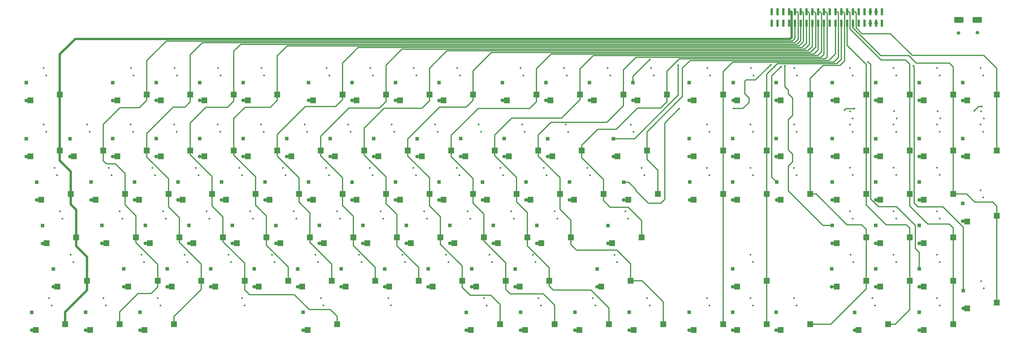
<source format=gbl>
G04 #@! TF.GenerationSoftware,KiCad,Pcbnew,(6.0.1)*
G04 #@! TF.CreationDate,2022-01-19T01:15:35+10:00*
G04 #@! TF.ProjectId,RedPyKeeb_mainboard,52656450-794b-4656-9562-5f6d61696e62,rev?*
G04 #@! TF.SameCoordinates,Original*
G04 #@! TF.FileFunction,Copper,L4,Bot*
G04 #@! TF.FilePolarity,Positive*
%FSLAX46Y46*%
G04 Gerber Fmt 4.6, Leading zero omitted, Abs format (unit mm)*
G04 Created by KiCad (PCBNEW (6.0.1)) date 2022-01-19 01:15:35*
%MOMM*%
%LPD*%
G01*
G04 APERTURE LIST*
G04 Aperture macros list*
%AMRoundRect*
0 Rectangle with rounded corners*
0 $1 Rounding radius*
0 $2 $3 $4 $5 $6 $7 $8 $9 X,Y pos of 4 corners*
0 Add a 4 corners polygon primitive as box body*
4,1,4,$2,$3,$4,$5,$6,$7,$8,$9,$2,$3,0*
0 Add four circle primitives for the rounded corners*
1,1,$1+$1,$2,$3*
1,1,$1+$1,$4,$5*
1,1,$1+$1,$6,$7*
1,1,$1+$1,$8,$9*
0 Add four rect primitives between the rounded corners*
20,1,$1+$1,$2,$3,$4,$5,0*
20,1,$1+$1,$4,$5,$6,$7,0*
20,1,$1+$1,$6,$7,$8,$9,0*
20,1,$1+$1,$8,$9,$2,$3,0*%
G04 Aperture macros list end*
G04 #@! TA.AperFunction,SMDPad,CuDef*
%ADD10R,1.000000X3.150000*%
G04 #@! TD*
G04 #@! TA.AperFunction,ComponentPad*
%ADD11C,0.800000*%
G04 #@! TD*
G04 #@! TA.AperFunction,ComponentPad*
%ADD12C,1.600000*%
G04 #@! TD*
G04 #@! TA.AperFunction,ComponentPad*
%ADD13R,1.600000X1.600000*%
G04 #@! TD*
G04 #@! TA.AperFunction,SMDPad,CuDef*
%ADD14R,2.550000X2.500000*%
G04 #@! TD*
G04 #@! TA.AperFunction,SMDPad,CuDef*
%ADD15RoundRect,0.250000X-1.750000X-1.000000X1.750000X-1.000000X1.750000X1.000000X-1.750000X1.000000X0*%
G04 #@! TD*
G04 #@! TA.AperFunction,ViaPad*
%ADD16C,0.800000*%
G04 #@! TD*
G04 #@! TA.AperFunction,ViaPad*
%ADD17C,1.524000*%
G04 #@! TD*
G04 #@! TA.AperFunction,Conductor*
%ADD18C,0.508000*%
G04 #@! TD*
G04 #@! TA.AperFunction,Conductor*
%ADD19C,1.016000*%
G04 #@! TD*
G04 APERTURE END LIST*
D10*
X387451600Y-21795500D03*
X387451600Y-26845500D03*
X392531600Y-26845260D03*
X389991600Y-26845500D03*
X389991600Y-21795500D03*
X384911600Y-21795500D03*
X379831600Y-21795500D03*
X382371600Y-21795500D03*
X384911600Y-26845500D03*
X392531600Y-21795500D03*
X372211600Y-21795500D03*
X377291600Y-21795500D03*
X377291600Y-26845500D03*
X374751600Y-26845500D03*
X372211600Y-26845500D03*
X351891600Y-26845500D03*
X364591600Y-26845500D03*
X367131600Y-21795500D03*
X356971600Y-21795500D03*
X354431600Y-26845500D03*
X349351600Y-21795500D03*
X367131600Y-26845500D03*
X364591600Y-21795500D03*
X349351600Y-26845500D03*
X362051600Y-26845500D03*
X369671600Y-21795500D03*
X356971600Y-26845500D03*
X369671600Y-26845500D03*
X359511600Y-21795500D03*
X359511600Y-26845500D03*
X346811600Y-21795500D03*
X346811600Y-26845500D03*
X374751600Y-21795500D03*
X354431600Y-21795500D03*
X351891600Y-21795500D03*
X379831600Y-26845500D03*
X344271600Y-21795500D03*
X344271600Y-26845260D03*
X382371600Y-26845500D03*
X362051600Y-21795500D03*
D11*
X63690500Y-46545500D03*
X64833500Y-49720500D03*
D12*
X93789500Y-60681700D03*
D13*
X93789500Y-52881700D03*
D12*
X74739500Y-60681700D03*
D13*
X74739500Y-52881700D03*
X55689500Y-52932500D03*
D12*
X55689500Y-60732500D03*
D14*
X95758000Y-60642500D03*
X108685000Y-58102500D03*
D11*
X102933500Y-49720500D03*
X101790500Y-46545500D03*
X121983500Y-49720500D03*
X120840500Y-46545500D03*
D14*
X76708000Y-60642500D03*
X89635000Y-58102500D03*
D11*
X83883500Y-49720500D03*
X82740500Y-46545500D03*
D12*
X112839500Y-60681700D03*
D13*
X112839500Y-52881700D03*
D14*
X114808000Y-60642500D03*
X127735000Y-58102500D03*
X70585000Y-58102500D03*
X57658000Y-60642500D03*
D15*
X434288700Y-25361900D03*
X426288700Y-25361900D03*
D14*
X429926750Y-151923750D03*
X442853750Y-149383750D03*
D11*
X437165750Y-143160750D03*
X436022750Y-139985750D03*
D12*
X428212250Y-151962950D03*
D13*
X428212250Y-144162950D03*
D11*
X417861750Y-150653750D03*
X416718750Y-147478750D03*
D14*
X410876750Y-161448750D03*
X423803750Y-158908750D03*
D12*
X408908250Y-161487950D03*
D13*
X408908250Y-153687950D03*
D11*
X417861750Y-131603750D03*
X416718750Y-128428750D03*
D14*
X410876750Y-142398750D03*
X423803750Y-139858750D03*
D12*
X408908250Y-142437950D03*
D13*
X408908250Y-134637950D03*
D14*
X391826750Y-142398750D03*
X404753750Y-139858750D03*
D12*
X389858250Y-142437950D03*
D13*
X389858250Y-134637950D03*
D11*
X398811750Y-131603750D03*
X397668750Y-128428750D03*
X417861750Y-112553750D03*
X416718750Y-109378750D03*
D14*
X410876750Y-123348750D03*
X423803750Y-120808750D03*
D12*
X408908250Y-123387950D03*
D13*
X408908250Y-115587950D03*
D11*
X398811750Y-112553750D03*
X397668750Y-109378750D03*
D14*
X391826750Y-123348750D03*
X404753750Y-120808750D03*
D12*
X389858250Y-123387950D03*
D13*
X389858250Y-115587950D03*
D11*
X389540750Y-150653750D03*
X388397750Y-147478750D03*
D14*
X382301750Y-161448750D03*
X395228750Y-158908750D03*
D12*
X380587250Y-161538750D03*
D13*
X380587250Y-153738750D03*
D14*
X372776750Y-142398750D03*
X385703750Y-139858750D03*
D11*
X380015750Y-131603750D03*
X378872750Y-128428750D03*
D12*
X370554250Y-142437950D03*
D13*
X370554250Y-134637950D03*
D14*
X372776750Y-123348750D03*
X385703750Y-120808750D03*
D11*
X379761750Y-112553750D03*
X378618750Y-109378750D03*
D12*
X370808250Y-123387950D03*
D13*
X370808250Y-115587950D03*
D11*
X436911750Y-103282750D03*
X435768750Y-100107750D03*
D14*
X429926750Y-113823750D03*
X442853750Y-111283750D03*
D12*
X427958250Y-113659750D03*
D13*
X427958250Y-105859750D03*
D11*
X417861750Y-93402150D03*
X416718750Y-90227150D03*
D14*
X410876750Y-104298750D03*
X423803750Y-101758750D03*
D12*
X408908250Y-104337950D03*
D13*
X408908250Y-96537950D03*
D14*
X391826750Y-104298750D03*
X404753750Y-101758750D03*
D11*
X398811750Y-93402150D03*
X397668750Y-90227150D03*
D12*
X389858250Y-104337950D03*
D13*
X389858250Y-96537950D03*
D14*
X372776750Y-104298750D03*
X385703750Y-101758750D03*
D12*
X370808250Y-104337950D03*
D13*
X370808250Y-96537950D03*
D11*
X379761750Y-93402150D03*
X378618750Y-90227150D03*
X436911750Y-74453750D03*
X435768750Y-71278750D03*
D12*
X427958250Y-85287950D03*
D13*
X427958250Y-77487950D03*
D14*
X429926750Y-85248750D03*
X442853750Y-82708750D03*
X410876750Y-85248750D03*
X423803750Y-82708750D03*
D11*
X417861750Y-74466450D03*
X416718750Y-71291450D03*
D12*
X408908250Y-85287950D03*
D13*
X408908250Y-77487950D03*
D14*
X404753750Y-82708750D03*
X391826750Y-85248750D03*
D11*
X397668750Y-71278750D03*
X398811750Y-74453750D03*
D13*
X389858250Y-77538750D03*
D12*
X389858250Y-85338750D03*
D14*
X372776750Y-85248750D03*
X385703750Y-82708750D03*
D12*
X370808250Y-85287950D03*
D13*
X370808250Y-77487950D03*
D11*
X379761750Y-74453750D03*
X378618750Y-71278750D03*
D14*
X429926750Y-60642500D03*
X442853750Y-58102500D03*
D11*
X436911750Y-49733200D03*
X435768750Y-46558200D03*
X437165750Y-68643500D03*
X436022750Y-65468500D03*
D12*
X427958250Y-60732500D03*
D13*
X427958250Y-52932500D03*
D11*
X418115750Y-68592700D03*
X416972750Y-65417700D03*
X417849050Y-49733200D03*
X416706050Y-46558200D03*
D14*
X410876750Y-60642500D03*
X423803750Y-58102500D03*
D12*
X408908250Y-60681700D03*
D13*
X408908250Y-52881700D03*
D11*
X399065750Y-68605400D03*
X397922750Y-65430400D03*
X398799050Y-49745900D03*
X397656050Y-46570900D03*
D14*
X404753750Y-58102500D03*
X391826750Y-60642500D03*
D12*
X389858250Y-60694400D03*
D13*
X389858250Y-52894400D03*
D11*
X378606050Y-46558200D03*
X379749050Y-49733200D03*
D14*
X385703750Y-58102500D03*
X372776750Y-60642500D03*
D13*
X308102000Y-52881700D03*
D12*
X308102000Y-60681700D03*
D14*
X322997500Y-58102500D03*
X310070500Y-60642500D03*
D11*
X316103000Y-46545500D03*
X317246000Y-49720500D03*
D14*
X329120500Y-85248750D03*
X342047500Y-82708750D03*
D11*
X315912500Y-71278750D03*
X317055500Y-74453750D03*
D14*
X322997500Y-82708750D03*
X310070500Y-85248750D03*
D13*
X308102000Y-77487950D03*
D12*
X308102000Y-85287950D03*
D11*
X336105500Y-74453750D03*
X334962500Y-71278750D03*
X378555250Y-65468500D03*
X379698250Y-68643500D03*
D13*
X370808250Y-52881700D03*
D12*
X370808250Y-60681700D03*
D14*
X361097500Y-58102500D03*
X348170500Y-60642500D03*
D11*
X354203000Y-46545500D03*
X355346000Y-49720500D03*
D14*
X342047500Y-58102500D03*
X329120500Y-60642500D03*
D11*
X335153000Y-46545500D03*
X336296000Y-49720500D03*
D13*
X327406000Y-52881700D03*
D12*
X327406000Y-60681700D03*
D14*
X361097500Y-158908750D03*
X348170500Y-161448750D03*
D11*
X354012500Y-147478750D03*
X355155500Y-150653750D03*
D13*
X346202000Y-153687950D03*
D12*
X346202000Y-161487950D03*
D13*
X327152000Y-134637950D03*
D12*
X327152000Y-142437950D03*
D11*
X334962500Y-128377950D03*
X336105500Y-131552950D03*
D14*
X342047500Y-139858750D03*
X329120500Y-142398750D03*
X329120500Y-161448750D03*
X342047500Y-158908750D03*
D12*
X327152000Y-161487950D03*
D13*
X327152000Y-153687950D03*
D14*
X310070500Y-104298750D03*
X322997500Y-101758750D03*
X322997500Y-158908750D03*
X310070500Y-161448750D03*
D11*
X334962500Y-90328750D03*
X336105500Y-93503750D03*
X354090700Y-71304150D03*
X355233700Y-74479150D03*
D12*
X308356000Y-104337950D03*
D13*
X308356000Y-96537950D03*
D11*
X317055500Y-93503750D03*
X315912500Y-90328750D03*
D12*
X346456000Y-104337950D03*
D13*
X346456000Y-96537950D03*
X346202000Y-77487950D03*
D12*
X346202000Y-85287950D03*
D13*
X346202000Y-52881700D03*
D12*
X346202000Y-60681700D03*
D13*
X308102000Y-153687950D03*
D12*
X308102000Y-161487950D03*
D14*
X342047500Y-101758750D03*
X329120500Y-104298750D03*
X361097500Y-82708750D03*
X348170500Y-85248750D03*
D11*
X355155500Y-93503750D03*
X354012500Y-90328750D03*
D13*
X327152000Y-96537950D03*
D12*
X327152000Y-104337950D03*
D11*
X315912500Y-147478750D03*
X317055500Y-150653750D03*
D14*
X348170500Y-104298750D03*
X361097500Y-101758750D03*
D11*
X336105500Y-150653750D03*
X334962500Y-147478750D03*
D12*
X327152000Y-85287950D03*
D13*
X327152000Y-77487950D03*
D14*
X283876750Y-161448750D03*
X296803750Y-158908750D03*
D12*
X281908250Y-161487950D03*
D13*
X281908250Y-153687950D03*
D11*
X290861750Y-150653750D03*
X289718750Y-147478750D03*
D14*
X260064250Y-161448750D03*
X272991250Y-158908750D03*
D12*
X258095750Y-161487950D03*
D13*
X258095750Y-153687950D03*
D11*
X267049250Y-150653750D03*
X265906250Y-147478750D03*
D14*
X236251750Y-161448750D03*
X249178750Y-158908750D03*
D12*
X234283250Y-161487950D03*
D13*
X234283250Y-153687950D03*
D11*
X243236750Y-150653750D03*
X242093750Y-147478750D03*
D12*
X210496150Y-161551450D03*
D13*
X210496150Y-153751450D03*
D14*
X212439250Y-161448750D03*
X225366250Y-158908750D03*
D11*
X219449650Y-150653750D03*
X218306650Y-147478750D03*
X147986750Y-150653750D03*
X146843750Y-147478750D03*
X113417350Y-150641050D03*
X112274350Y-147466050D03*
D12*
X139033250Y-161487950D03*
D13*
X139033250Y-153687950D03*
D11*
X177514250Y-150628350D03*
X176371250Y-147453350D03*
D14*
X141001750Y-161448750D03*
X153928750Y-158908750D03*
D11*
X76549250Y-150653750D03*
X75406250Y-147478750D03*
D12*
X67595750Y-161487950D03*
D13*
X67595750Y-153687950D03*
D14*
X69564250Y-161448750D03*
X82491250Y-158908750D03*
D11*
X52736750Y-150653750D03*
X51593750Y-147478750D03*
D12*
X43783250Y-161487950D03*
D13*
X43783250Y-153687950D03*
D14*
X45751750Y-161448750D03*
X58678750Y-158908750D03*
X269589250Y-142398750D03*
X282516250Y-139858750D03*
D12*
X267811250Y-142488750D03*
D13*
X267811250Y-134688750D03*
D11*
X276574250Y-131654550D03*
X275431250Y-128479550D03*
D14*
X233870500Y-142398750D03*
X246797500Y-139858750D03*
D12*
X231902000Y-142488750D03*
D13*
X231902000Y-134688750D03*
D11*
X240855500Y-131603750D03*
X239712500Y-128428750D03*
D12*
X212852000Y-142437950D03*
D13*
X212852000Y-134637950D03*
D14*
X214820500Y-142398750D03*
X227747500Y-139858750D03*
D11*
X221805500Y-131603750D03*
X220662500Y-128428750D03*
D12*
X193802000Y-142437950D03*
D13*
X193802000Y-134637950D03*
D14*
X195770500Y-142398750D03*
X208697500Y-139858750D03*
D11*
X202755500Y-131603750D03*
X201612500Y-128428750D03*
D12*
X174752000Y-142488750D03*
D13*
X174752000Y-134688750D03*
D14*
X176720500Y-142398750D03*
X189647500Y-139858750D03*
D11*
X183705500Y-131603750D03*
X182562500Y-128428750D03*
D12*
X155702000Y-142437950D03*
D13*
X155702000Y-134637950D03*
D14*
X157670500Y-142398750D03*
X170597500Y-139858750D03*
D11*
X164655500Y-131603750D03*
X163512500Y-128428750D03*
D12*
X136652000Y-142488750D03*
D13*
X136652000Y-134688750D03*
D14*
X138620500Y-142398750D03*
X151547500Y-139858750D03*
D11*
X145605500Y-131603750D03*
X144462500Y-128428750D03*
D12*
X117602000Y-142437950D03*
D13*
X117602000Y-134637950D03*
D14*
X119570500Y-142398750D03*
X132497500Y-139858750D03*
D11*
X126555500Y-131603750D03*
X125412500Y-128428750D03*
X107505500Y-131603750D03*
X106362500Y-128428750D03*
D12*
X98552000Y-142437950D03*
D13*
X98552000Y-134637950D03*
D14*
X100520500Y-142398750D03*
X113447500Y-139858750D03*
D11*
X88315500Y-131603750D03*
X87172500Y-128428750D03*
D12*
X79502000Y-142437950D03*
D13*
X79502000Y-134637950D03*
D14*
X81470500Y-142398750D03*
X94397500Y-139858750D03*
D11*
X69405500Y-131603750D03*
X68262500Y-128428750D03*
D12*
X60452000Y-142437950D03*
D13*
X60452000Y-134637950D03*
D14*
X62420500Y-142398750D03*
X75347500Y-139858750D03*
X274351750Y-123348750D03*
X287278750Y-120808750D03*
D12*
X272573750Y-123438750D03*
D13*
X272573750Y-115638750D03*
D11*
X281311350Y-112566450D03*
X280168350Y-109391450D03*
D14*
X243395500Y-123348750D03*
X256322500Y-120808750D03*
D12*
X241427000Y-123387950D03*
D13*
X241427000Y-115587950D03*
D11*
X250380500Y-112553750D03*
X249237500Y-109378750D03*
D14*
X224345500Y-123348750D03*
X237272500Y-120808750D03*
D12*
X222377000Y-123387950D03*
D13*
X222377000Y-115587950D03*
D11*
X231330500Y-112553750D03*
X230187500Y-109378750D03*
D12*
X203327000Y-123387950D03*
D13*
X203327000Y-115587950D03*
D14*
X205295500Y-123348750D03*
X218222500Y-120808750D03*
D11*
X212280500Y-112553750D03*
X211137500Y-109378750D03*
D12*
X184277000Y-123387950D03*
D13*
X184277000Y-115587950D03*
D14*
X186245500Y-123348750D03*
X199172500Y-120808750D03*
D11*
X193230500Y-112553750D03*
X192087500Y-109378750D03*
D12*
X165227000Y-123387950D03*
D13*
X165227000Y-115587950D03*
D14*
X167195500Y-123348750D03*
X180122500Y-120808750D03*
D11*
X174180500Y-112553750D03*
X173037500Y-109378750D03*
D12*
X146177000Y-123387950D03*
D13*
X146177000Y-115587950D03*
D14*
X148145500Y-123348750D03*
X161072500Y-120808750D03*
D11*
X155130500Y-112553750D03*
X153987500Y-109378750D03*
D12*
X127127000Y-123438750D03*
D13*
X127127000Y-115638750D03*
D14*
X129095500Y-123348750D03*
X142022500Y-120808750D03*
D11*
X136080500Y-112553750D03*
X134937500Y-109378750D03*
D12*
X108077000Y-123387950D03*
D13*
X108077000Y-115587950D03*
D14*
X110045500Y-123348750D03*
X122972500Y-120808750D03*
D11*
X117030500Y-112553750D03*
X115887500Y-109378750D03*
X97980500Y-112553750D03*
X96837500Y-109378750D03*
D12*
X89027000Y-123387950D03*
D13*
X89027000Y-115587950D03*
D14*
X90995500Y-123348750D03*
X103922500Y-120808750D03*
D11*
X78930500Y-112553750D03*
X77787500Y-109378750D03*
D12*
X69977000Y-123387950D03*
D13*
X69977000Y-115587950D03*
D14*
X71945500Y-123348750D03*
X84872500Y-120808750D03*
D11*
X59880500Y-112553750D03*
X58737500Y-109378750D03*
D12*
X50927000Y-123387950D03*
D13*
X50927000Y-115587950D03*
D14*
X52895500Y-123348750D03*
X65822500Y-120808750D03*
X281495500Y-104298750D03*
X294422500Y-101758750D03*
D12*
X279400000Y-104388750D03*
D13*
X279400000Y-96588750D03*
D11*
X288467800Y-93516450D03*
X287324800Y-90341450D03*
D14*
X257683000Y-104298750D03*
X270610000Y-101758750D03*
D12*
X255714500Y-104337950D03*
D13*
X255714500Y-96537950D03*
D11*
X264668000Y-93503750D03*
X263525000Y-90328750D03*
D14*
X238633000Y-104298750D03*
X251560000Y-101758750D03*
D12*
X236664500Y-104337950D03*
D13*
X236664500Y-96537950D03*
D11*
X245618000Y-93503750D03*
X244475000Y-90328750D03*
D14*
X219583000Y-104298750D03*
X232510000Y-101758750D03*
D12*
X217614500Y-104388750D03*
D13*
X217614500Y-96588750D03*
D11*
X226568000Y-93503750D03*
X225425000Y-90328750D03*
D12*
X198564500Y-104337950D03*
D13*
X198564500Y-96537950D03*
D14*
X200533000Y-104298750D03*
X213460000Y-101758750D03*
D11*
X207518000Y-93503750D03*
X206375000Y-90328750D03*
D12*
X179514500Y-104337950D03*
D13*
X179514500Y-96537950D03*
D14*
X181483000Y-104298750D03*
X194410000Y-101758750D03*
D11*
X188468000Y-93503750D03*
X187325000Y-90328750D03*
D12*
X160464500Y-104388750D03*
D13*
X160464500Y-96588750D03*
D14*
X162433000Y-104298750D03*
X175360000Y-101758750D03*
D11*
X169418000Y-93503750D03*
X168275000Y-90328750D03*
D12*
X141414500Y-104337950D03*
D13*
X141414500Y-96537950D03*
D14*
X143383000Y-104298750D03*
X156310000Y-101758750D03*
D11*
X150368000Y-93503750D03*
X149225000Y-90328750D03*
D12*
X122364500Y-104337950D03*
D13*
X122364500Y-96537950D03*
D14*
X124333000Y-104298750D03*
X137260000Y-101758750D03*
D11*
X131318000Y-93503750D03*
X130175000Y-90328750D03*
D12*
X103314500Y-104337950D03*
D13*
X103314500Y-96537950D03*
D14*
X105283000Y-104298750D03*
X118210000Y-101758750D03*
D11*
X112268000Y-93503750D03*
X111125000Y-90328750D03*
X93218000Y-93503750D03*
X92075000Y-90328750D03*
D12*
X84264500Y-104337950D03*
D13*
X84264500Y-96537950D03*
D14*
X86233000Y-104298750D03*
X99160000Y-101758750D03*
D11*
X74168000Y-93503750D03*
X73025000Y-90328750D03*
D12*
X65214500Y-104337950D03*
D13*
X65214500Y-96537950D03*
D14*
X67183000Y-104298750D03*
X80110000Y-101758750D03*
D11*
X55118000Y-93503750D03*
X53975000Y-90328750D03*
D12*
X46164500Y-104337950D03*
D13*
X46164500Y-96537950D03*
D14*
X48133000Y-104298750D03*
X61060000Y-101758750D03*
D12*
X20161250Y-161538750D03*
D13*
X20161250Y-153738750D03*
D11*
X28924250Y-150653750D03*
X27781250Y-147478750D03*
D14*
X21939250Y-161448750D03*
X34866250Y-158908750D03*
D12*
X29686250Y-142488750D03*
D13*
X29686250Y-134688750D03*
D11*
X38449250Y-131591050D03*
X37306250Y-128416050D03*
D14*
X31464250Y-142398750D03*
X44391250Y-139858750D03*
D12*
X24885650Y-123464150D03*
D13*
X24885650Y-115664150D03*
D11*
X33648650Y-112579150D03*
X32505650Y-109404150D03*
D14*
X26701750Y-123348750D03*
X39628750Y-120808750D03*
D11*
X292639750Y-49720500D03*
X291496750Y-46545500D03*
D12*
X245395750Y-60681700D03*
D13*
X245395750Y-52881700D03*
D14*
X285464250Y-60642500D03*
X298391250Y-58102500D03*
X266414250Y-60642500D03*
X279341250Y-58102500D03*
D12*
X226345750Y-60681700D03*
D13*
X226345750Y-52881700D03*
D11*
X235489750Y-49720500D03*
X234346750Y-46545500D03*
D14*
X228314250Y-60642500D03*
X241241250Y-58102500D03*
D12*
X264445750Y-60681700D03*
D13*
X264445750Y-52881700D03*
D11*
X273589750Y-49720500D03*
X272446750Y-46545500D03*
D14*
X247364250Y-60642500D03*
X260291250Y-58102500D03*
D12*
X283495750Y-60681700D03*
D13*
X283495750Y-52881700D03*
D11*
X254539750Y-49720500D03*
X253396750Y-46545500D03*
D13*
X198564500Y-52932500D03*
D12*
X198564500Y-60732500D03*
D13*
X141414500Y-52881700D03*
D12*
X141414500Y-60681700D03*
X160464500Y-60681700D03*
D13*
X160464500Y-52881700D03*
D12*
X179514500Y-60681700D03*
D13*
X179514500Y-52881700D03*
D14*
X213460000Y-58102500D03*
X200533000Y-60642500D03*
X181483000Y-60642500D03*
X194410000Y-58102500D03*
X162433000Y-60642500D03*
X175360000Y-58102500D03*
X156310000Y-58102500D03*
X143383000Y-60642500D03*
D11*
X169608500Y-49720500D03*
X168465500Y-46545500D03*
X188658500Y-49720500D03*
X187515500Y-46545500D03*
X149415500Y-46545500D03*
X150558500Y-49720500D03*
X206565500Y-46545500D03*
X207708500Y-49720500D03*
X64643000Y-74453750D03*
X63500000Y-71278750D03*
X45593000Y-74453750D03*
X44450000Y-71278750D03*
X82550000Y-71278750D03*
X83693000Y-74453750D03*
D14*
X248158000Y-85248750D03*
X261085000Y-82708750D03*
X229108000Y-85248750D03*
X242035000Y-82708750D03*
X210058000Y-85248750D03*
X222985000Y-82708750D03*
D12*
X93789500Y-85287950D03*
D13*
X93789500Y-77487950D03*
D12*
X112839500Y-85287950D03*
D13*
X112839500Y-77487950D03*
D12*
X150939500Y-85287950D03*
D13*
X150939500Y-77487950D03*
D12*
X169989500Y-85287950D03*
D13*
X169989500Y-77487950D03*
D12*
X189039500Y-85338750D03*
D13*
X189039500Y-77538750D03*
D12*
X131889500Y-85287950D03*
D13*
X131889500Y-77487950D03*
X74739500Y-77487950D03*
D12*
X74739500Y-85287950D03*
X36918900Y-85338750D03*
D13*
X36918900Y-77538750D03*
D12*
X17780000Y-85338750D03*
D13*
X17780000Y-77538750D03*
D12*
X55689500Y-85287950D03*
D13*
X55689500Y-77487950D03*
D14*
X24320500Y-104298750D03*
X37247500Y-101758750D03*
X276733000Y-85248750D03*
X289660000Y-82708750D03*
D11*
X26543000Y-74453750D03*
X25400000Y-71278750D03*
D14*
X114808000Y-85248750D03*
X127735000Y-82708750D03*
X95758000Y-85248750D03*
X108685000Y-82708750D03*
X171958000Y-85248750D03*
X184885000Y-82708750D03*
X152908000Y-85248750D03*
X165835000Y-82708750D03*
X89635000Y-82708750D03*
X76708000Y-85248750D03*
X191008000Y-85248750D03*
X203935000Y-82708750D03*
X133858000Y-85248750D03*
X146785000Y-82708750D03*
D12*
X208089500Y-85287950D03*
D13*
X208089500Y-77487950D03*
D12*
X227139500Y-85287950D03*
D13*
X227139500Y-77487950D03*
D12*
X274955000Y-85338750D03*
D13*
X274955000Y-77538750D03*
D12*
X246189500Y-85338750D03*
D13*
X246189500Y-77538750D03*
D11*
X236093000Y-74453750D03*
X234950000Y-71278750D03*
X283718000Y-74504550D03*
X282575000Y-71329550D03*
X255143000Y-74453750D03*
X254000000Y-71278750D03*
D14*
X38608000Y-85248750D03*
X51535000Y-82708750D03*
X57658000Y-85248750D03*
X70585000Y-82708750D03*
X19558000Y-85248750D03*
X32485000Y-82708750D03*
D11*
X140843000Y-74453750D03*
X139700000Y-71278750D03*
X102743000Y-74453750D03*
X101600000Y-71278750D03*
X121793000Y-74453750D03*
X120650000Y-71278750D03*
X217043000Y-74453750D03*
X215900000Y-71278750D03*
X197993000Y-74453750D03*
X196850000Y-71278750D03*
X159893000Y-74453750D03*
X158750000Y-71278750D03*
X178943000Y-74453750D03*
X177800000Y-71278750D03*
D13*
X17780000Y-52932500D03*
D12*
X17780000Y-60732500D03*
D11*
X25400000Y-46558200D03*
X26543000Y-49733200D03*
D14*
X32485000Y-58102500D03*
X19558000Y-60642500D03*
D11*
X30175200Y-90335100D03*
X31318200Y-93510100D03*
D13*
X22352000Y-96545400D03*
D12*
X22352000Y-104345400D03*
D16*
X351891600Y-26845500D03*
X406323800Y-45643800D03*
D17*
X387477000Y-21820900D03*
X434340000Y-30975300D03*
X434340000Y-25387300D03*
X387477000Y-26911300D03*
D16*
X359537000Y-21831300D03*
X359537000Y-26911300D03*
X356997000Y-21831300D03*
X356997000Y-26911300D03*
X354457000Y-21831300D03*
X354457000Y-26911300D03*
X351917000Y-21831300D03*
X362077000Y-26784300D03*
X362077000Y-21831300D03*
X364617000Y-26911300D03*
X364617000Y-21831300D03*
X367157000Y-26911300D03*
X367157000Y-21831300D03*
X372237000Y-26911300D03*
X379857000Y-26911300D03*
X377317000Y-21831300D03*
X377317000Y-26911300D03*
X374777000Y-21831300D03*
X374777000Y-26911300D03*
X372237000Y-21831300D03*
X369671600Y-21795500D03*
X369671600Y-26845500D03*
D17*
X426085000Y-31102300D03*
X390017000Y-26820100D03*
X426085000Y-25387300D03*
X390017000Y-21831300D03*
D16*
X349351600Y-21795500D03*
X386486400Y-43840400D03*
X349351600Y-26845500D03*
X350036400Y-45568600D03*
X346811600Y-21795500D03*
X348397599Y-45861201D03*
X346811600Y-26845500D03*
X343852500Y-45072300D03*
X303733200Y-64350900D03*
X327583800Y-64274700D03*
X344271600Y-21795500D03*
X303339500Y-45275500D03*
X344271600Y-26845500D03*
X290893500Y-42786300D03*
X379857000Y-21831300D03*
X392531600Y-21795500D03*
X380466600Y-64338200D03*
X376237500Y-64909700D03*
X392531600Y-26845500D03*
X436364300Y-63385700D03*
X433000000Y-65250000D03*
X382358900Y-26873200D03*
X382358900Y-21805900D03*
X384898900Y-26860500D03*
X384898900Y-21793200D03*
D18*
X428212250Y-116312950D02*
X428212250Y-144162950D01*
X419303200Y-107403900D02*
X428212250Y-116312950D01*
X406723799Y-105746499D02*
X408381200Y-107403900D01*
X406723799Y-46043799D02*
X406723799Y-105746499D01*
X408381200Y-107403900D02*
X419303200Y-107403900D01*
X406323800Y-45643800D02*
X406723799Y-46043799D01*
X20161250Y-161538750D02*
X21849250Y-161538750D01*
X21849250Y-161538750D02*
X21939250Y-161448750D01*
X29776250Y-142398750D02*
X29686250Y-142488750D01*
X31464250Y-142398750D02*
X29776250Y-142398750D01*
X19468000Y-60732500D02*
X19558000Y-60642500D01*
X17780000Y-60732500D02*
X19468000Y-60732500D01*
X17780000Y-85338750D02*
X19468000Y-85338750D01*
X19468000Y-85338750D02*
X19558000Y-85248750D01*
X24273850Y-104345400D02*
X24320500Y-104298750D01*
X22352000Y-104345400D02*
X24273850Y-104345400D01*
X24885650Y-123464150D02*
X26586350Y-123464150D01*
X26586350Y-123464150D02*
X26701750Y-123348750D01*
X60491200Y-142398750D02*
X60452000Y-142437950D01*
X62420500Y-142398750D02*
X60491200Y-142398750D01*
X45712550Y-161487950D02*
X45751750Y-161448750D01*
X43783250Y-161487950D02*
X45712550Y-161487950D01*
X36918900Y-85338750D02*
X38518000Y-85338750D01*
X38518000Y-85338750D02*
X38608000Y-85248750D01*
X50927000Y-123387950D02*
X52856300Y-123387950D01*
X52856300Y-123387950D02*
X52895500Y-123348750D01*
X48093800Y-104337950D02*
X48133000Y-104298750D01*
X46164500Y-104337950D02*
X48093800Y-104337950D01*
X57568000Y-60732500D02*
X57658000Y-60642500D01*
X55689500Y-60732500D02*
X57568000Y-60732500D01*
X74739500Y-60681700D02*
X76668800Y-60681700D01*
X76668800Y-60681700D02*
X76708000Y-60642500D01*
X57618800Y-85287950D02*
X57658000Y-85248750D01*
X55689500Y-85287950D02*
X57618800Y-85287950D01*
X93789500Y-60681700D02*
X95718800Y-60681700D01*
X95718800Y-60681700D02*
X95758000Y-60642500D01*
X74739500Y-85287950D02*
X76668800Y-85287950D01*
X76668800Y-85287950D02*
X76708000Y-85248750D01*
X114768800Y-60681700D02*
X114808000Y-60642500D01*
X112839500Y-60681700D02*
X114768800Y-60681700D01*
X141414500Y-60681700D02*
X143343800Y-60681700D01*
X143343800Y-60681700D02*
X143383000Y-60642500D01*
X112839500Y-85287950D02*
X114768800Y-85287950D01*
X114768800Y-85287950D02*
X114808000Y-85248750D01*
X122364500Y-104337950D02*
X124293800Y-104337950D01*
X124293800Y-104337950D02*
X124333000Y-104298750D01*
X133818800Y-85287950D02*
X133858000Y-85248750D01*
X131889500Y-85287950D02*
X133818800Y-85287950D01*
X141414500Y-104337950D02*
X143343800Y-104337950D01*
X143343800Y-104337950D02*
X143383000Y-104298750D01*
X162393800Y-60681700D02*
X162433000Y-60642500D01*
X160464500Y-60681700D02*
X162393800Y-60681700D01*
X179514500Y-60681700D02*
X181443800Y-60681700D01*
X181443800Y-60681700D02*
X181483000Y-60642500D01*
X162343000Y-104388750D02*
X162433000Y-104298750D01*
X160464500Y-104388750D02*
X162343000Y-104388750D01*
X152868800Y-85287950D02*
X152908000Y-85248750D01*
X150939500Y-85287950D02*
X152868800Y-85287950D01*
X200443000Y-60732500D02*
X200533000Y-60642500D01*
X198564500Y-60732500D02*
X200443000Y-60732500D01*
X228275050Y-60681700D02*
X228314250Y-60642500D01*
X226345750Y-60681700D02*
X228275050Y-60681700D01*
X222377000Y-123387950D02*
X224306300Y-123387950D01*
X224306300Y-123387950D02*
X224345500Y-123348750D01*
X182348020Y-38247790D02*
X358808490Y-38247790D01*
X360807000Y-22466300D02*
X360807000Y-36249280D01*
X359537000Y-21831300D02*
X360172000Y-21831300D01*
X360807000Y-36249280D02*
X358808490Y-38247790D01*
X180373960Y-40221850D02*
X182348020Y-38247790D01*
X360172000Y-21831300D02*
X360807000Y-22466300D01*
X170597500Y-139858750D02*
X170597500Y-133970700D01*
X161072500Y-124445700D02*
X161072500Y-120808750D01*
X170597500Y-133970700D02*
X161072500Y-124445700D01*
X161072500Y-120808750D02*
X161072500Y-111567900D01*
X156310000Y-106805400D02*
X156310000Y-101758750D01*
X161072500Y-111567900D02*
X156310000Y-106805400D01*
X156310000Y-101758750D02*
X156310000Y-94613400D01*
X146785000Y-85088400D02*
X146785000Y-82708750D01*
X156310000Y-94613400D02*
X146785000Y-85088400D01*
X146785000Y-82708750D02*
X146785000Y-76442900D01*
X146785000Y-76442900D02*
X159156400Y-64071500D01*
X159156400Y-64071500D02*
X172478700Y-64071500D01*
X175360000Y-61190200D02*
X175360000Y-58102500D01*
X172478700Y-64071500D02*
X175360000Y-61190200D01*
X175360000Y-45235810D02*
X180373960Y-40221850D01*
X175360000Y-58102500D02*
X175360000Y-45235810D01*
X128306500Y-82608750D02*
X128306500Y-82696050D01*
X359537000Y-35547300D02*
X357568500Y-37515800D01*
X161069960Y-39577340D02*
X163131500Y-37515800D01*
X163131500Y-37515800D02*
X357568500Y-37515800D01*
X359537000Y-26911300D02*
X359537000Y-35547300D01*
X151547500Y-139858750D02*
X151547500Y-132561000D01*
X142022500Y-123036000D02*
X142022500Y-120808750D01*
X151547500Y-132561000D02*
X142022500Y-123036000D01*
X142022500Y-120808750D02*
X142022500Y-110094700D01*
X137260000Y-105332200D02*
X137260000Y-101758750D01*
X142022500Y-110094700D02*
X137260000Y-105332200D01*
X137260000Y-101758750D02*
X137260000Y-94689600D01*
X127735000Y-85164600D02*
X127735000Y-82708750D01*
X137260000Y-94689600D02*
X127735000Y-85164600D01*
X127735000Y-82708750D02*
X127735000Y-75680900D01*
X127735000Y-75680900D02*
X140030200Y-63385700D01*
X140030200Y-63385700D02*
X153289000Y-63385700D01*
X156310000Y-60364700D02*
X156310000Y-58102500D01*
X153289000Y-63385700D02*
X156310000Y-60364700D01*
X156310000Y-44337300D02*
X161069960Y-39577340D01*
X156310000Y-58102500D02*
X156310000Y-44337300D01*
X357632000Y-21831300D02*
X358140000Y-22339300D01*
X358140000Y-34912300D02*
X356244510Y-36807790D01*
X132080000Y-36807790D02*
X356244510Y-36807790D01*
X356997000Y-21831300D02*
X357632000Y-21831300D01*
X129573960Y-39313830D02*
X132080000Y-36807790D01*
X358140000Y-22339300D02*
X358140000Y-34912300D01*
X132497500Y-139858750D02*
X132497500Y-133767500D01*
X122972500Y-124242500D02*
X122972500Y-120808750D01*
X132497500Y-133767500D02*
X122972500Y-124242500D01*
X122972500Y-120808750D02*
X122972500Y-111428200D01*
X118210000Y-106665700D02*
X118210000Y-101758750D01*
X122972500Y-111428200D02*
X118210000Y-106665700D01*
X118210000Y-101758750D02*
X118210000Y-94219700D01*
X108685000Y-84694700D02*
X108685000Y-82708750D01*
X118210000Y-94219700D02*
X108685000Y-84694700D01*
X108685000Y-82708750D02*
X108685000Y-68657800D01*
X108685000Y-68657800D02*
X113652300Y-63690500D01*
X113652300Y-63690500D02*
X124714000Y-63690500D01*
X127735000Y-60669500D02*
X127735000Y-58102500D01*
X124714000Y-63690500D02*
X127735000Y-60669500D01*
X127735000Y-41152790D02*
X129573960Y-39313830D01*
X127735000Y-58102500D02*
X127735000Y-41152790D01*
X111696500Y-36099780D02*
X355301520Y-36099780D01*
X110269960Y-37526320D02*
X111696500Y-36099780D01*
X356997000Y-26911300D02*
X356997000Y-34404300D01*
X356997000Y-34404300D02*
X355301520Y-36099780D01*
X113447500Y-139858750D02*
X113447500Y-132167300D01*
X103922500Y-122642300D02*
X103922500Y-120808750D01*
X113447500Y-132167300D02*
X103922500Y-122642300D01*
X103922500Y-120808750D02*
X103922500Y-111821900D01*
X99160000Y-107059400D02*
X99160000Y-101758750D01*
X103922500Y-111821900D02*
X99160000Y-107059400D01*
X99160000Y-101758750D02*
X99160000Y-94118100D01*
X89635000Y-84593100D02*
X89635000Y-82708750D01*
X99160000Y-94118100D02*
X89635000Y-84593100D01*
X89635000Y-82708750D02*
X89635000Y-70562800D01*
X89635000Y-70562800D02*
X96443800Y-63754000D01*
X96443800Y-63754000D02*
X105956100Y-63754000D01*
X108685000Y-61025100D02*
X108685000Y-58102500D01*
X105956100Y-63754000D02*
X108685000Y-61025100D01*
X108685000Y-39111280D02*
X110269960Y-37526320D01*
X108685000Y-58102500D02*
X108685000Y-39111280D01*
X113447500Y-143800500D02*
X113447500Y-139858750D01*
X115570000Y-145923000D02*
X113447500Y-143800500D01*
X135204200Y-145923000D02*
X115570000Y-145923000D01*
X141778649Y-152497449D02*
X135204200Y-145923000D01*
X150997449Y-152497449D02*
X141778649Y-152497449D01*
X153928750Y-155428750D02*
X150997449Y-152497449D01*
X153928750Y-158908750D02*
X153928750Y-155428750D01*
X94397500Y-139858750D02*
X94397500Y-140660450D01*
X354457000Y-21831300D02*
X355346000Y-21831300D01*
X94961030Y-35391770D02*
X354358530Y-35391770D01*
X355346000Y-21831300D02*
X355854000Y-22339300D01*
X90965960Y-39386840D02*
X94961030Y-35391770D01*
X355854000Y-33896300D02*
X354358530Y-35391770D01*
X355854000Y-22339300D02*
X355854000Y-33896300D01*
X82491250Y-158908750D02*
X82491250Y-155544850D01*
X94397500Y-143638600D02*
X94397500Y-139858750D01*
X82491250Y-155544850D02*
X94397500Y-143638600D01*
X94397500Y-132548300D02*
X94397500Y-139858750D01*
X84872500Y-123023300D02*
X94397500Y-132548300D01*
X84872500Y-120808750D02*
X84872500Y-123023300D01*
X84872500Y-120808750D02*
X84872500Y-112139400D01*
X80110000Y-107376900D02*
X80110000Y-101758750D01*
X84872500Y-112139400D02*
X80110000Y-107376900D01*
X80110000Y-101758750D02*
X80110000Y-95057900D01*
X70585000Y-85532900D02*
X70585000Y-82708750D01*
X80110000Y-95057900D02*
X70585000Y-85532900D01*
X70585000Y-82708750D02*
X70585000Y-75236400D01*
X70585000Y-75236400D02*
X82181700Y-63639700D01*
X82181700Y-63639700D02*
X87299800Y-63639700D01*
X89635000Y-61304500D02*
X89635000Y-58102500D01*
X87299800Y-63639700D02*
X89635000Y-61304500D01*
X89635000Y-40717800D02*
X90965960Y-39386840D01*
X89635000Y-58102500D02*
X89635000Y-40717800D01*
X71661960Y-42180840D02*
X79159040Y-34683760D01*
X79159040Y-34683760D02*
X353288540Y-34683760D01*
X354457000Y-33515300D02*
X353288540Y-34683760D01*
X354457000Y-26911300D02*
X354457000Y-33515300D01*
X58678750Y-158908750D02*
X58678750Y-153462050D01*
X58678750Y-153462050D02*
X66725800Y-145415000D01*
X66725800Y-145415000D02*
X72491600Y-145415000D01*
X75347500Y-142559100D02*
X75347500Y-139858750D01*
X72491600Y-145415000D02*
X75347500Y-142559100D01*
X75347500Y-132637200D02*
X75347500Y-139858750D01*
X65822500Y-123112200D02*
X75347500Y-132637200D01*
X65822500Y-120808750D02*
X65822500Y-123112200D01*
X65822500Y-120808750D02*
X65822500Y-111288500D01*
X61060000Y-106526000D02*
X61060000Y-101758750D01*
X65822500Y-111288500D02*
X61060000Y-106526000D01*
X61060000Y-101758750D02*
X61060000Y-92759200D01*
X61060000Y-92759200D02*
X56807100Y-88506300D01*
X56807100Y-88506300D02*
X52857400Y-88506300D01*
X51535000Y-87183900D02*
X51535000Y-82708750D01*
X52857400Y-88506300D02*
X51535000Y-87183900D01*
X51535000Y-82708750D02*
X51535000Y-71261300D01*
X51535000Y-71261300D02*
X58864500Y-63931800D01*
X58864500Y-63931800D02*
X67348100Y-63931800D01*
X70585000Y-60694900D02*
X70585000Y-58102500D01*
X67348100Y-63931800D02*
X70585000Y-60694900D01*
X70585000Y-43257800D02*
X71661960Y-42180840D01*
X70585000Y-58102500D02*
X70585000Y-43257800D01*
D19*
X34866250Y-158908750D02*
X34866250Y-153525550D01*
X44391250Y-144000550D02*
X44391250Y-139858750D01*
X34866250Y-153525550D02*
X44391250Y-144000550D01*
X44391250Y-139858750D02*
X44391250Y-129328850D01*
X39628750Y-124566350D02*
X39628750Y-120808750D01*
X44391250Y-129328850D02*
X39628750Y-124566350D01*
X39628750Y-120808750D02*
X39628750Y-108691350D01*
X37247500Y-106310100D02*
X37247500Y-101758750D01*
X39628750Y-108691350D02*
X37247500Y-106310100D01*
X37247500Y-101758750D02*
X37247500Y-91895600D01*
X32485000Y-87133100D02*
X32485000Y-82708750D01*
X37247500Y-91895600D02*
X32485000Y-87133100D01*
X32485000Y-82708750D02*
X32485000Y-58102500D01*
X32485000Y-40463800D02*
X36607750Y-36341050D01*
X32485000Y-58102500D02*
X32485000Y-40463800D01*
X36607750Y-36341050D02*
X33323200Y-39625600D01*
X38973050Y-33975750D02*
X36607750Y-36341050D01*
X352345550Y-33721750D02*
X39227050Y-33721750D01*
X352999601Y-33067699D02*
X352345550Y-33721750D01*
X352999601Y-22024901D02*
X352999601Y-33067699D01*
X39227050Y-33721750D02*
X38973050Y-33975750D01*
X352806000Y-21831300D02*
X352999601Y-22024901D01*
X351917000Y-21831300D02*
X352806000Y-21831300D01*
D18*
X199677960Y-41334840D02*
X202057000Y-38955800D01*
X362077000Y-37071300D02*
X360192500Y-38955800D01*
X362077000Y-26784300D02*
X362077000Y-37071300D01*
X202057000Y-38955800D02*
X360192500Y-38955800D01*
X189647500Y-139858750D02*
X189647500Y-134021500D01*
X180122500Y-124496500D02*
X180122500Y-120808750D01*
X189647500Y-134021500D02*
X180122500Y-124496500D01*
X180122500Y-120808750D02*
X180122500Y-110729700D01*
X175360000Y-105967200D02*
X175360000Y-101758750D01*
X180122500Y-110729700D02*
X175360000Y-105967200D01*
X175360000Y-101758750D02*
X175360000Y-94270500D01*
X165835000Y-84745500D02*
X165835000Y-82708750D01*
X175360000Y-94270500D02*
X165835000Y-84745500D01*
X165835000Y-82708750D02*
X165835000Y-72848800D01*
X165835000Y-72848800D02*
X174548800Y-64135000D01*
X174548800Y-64135000D02*
X191122300Y-64135000D01*
X194410000Y-60847300D02*
X194410000Y-58102500D01*
X191122300Y-64135000D02*
X194410000Y-60847300D01*
X194410000Y-46602800D02*
X199677960Y-41334840D01*
X194410000Y-58102500D02*
X194410000Y-46602800D01*
X363601000Y-37325300D02*
X363601000Y-22466300D01*
X218981960Y-42244340D02*
X221562490Y-39663810D01*
X221562490Y-39663810D02*
X361262490Y-39663810D01*
X363601000Y-22466300D02*
X362966000Y-21831300D01*
X362077000Y-21831300D02*
X362966000Y-21831300D01*
X361262490Y-39663810D02*
X363601000Y-37325300D01*
X225366250Y-158908750D02*
X225366250Y-150296550D01*
X225366250Y-150296550D02*
X221297500Y-146227800D01*
X221297500Y-146227800D02*
X212204300Y-146227800D01*
X208697500Y-142721000D02*
X208697500Y-139858750D01*
X212204300Y-146227800D02*
X208697500Y-142721000D01*
X199172500Y-120808750D02*
X199172500Y-123810700D01*
X208697500Y-133335700D02*
X208697500Y-139858750D01*
X199172500Y-123810700D02*
X208697500Y-133335700D01*
X199172500Y-120808750D02*
X199172500Y-111720300D01*
X194410000Y-106957800D02*
X194410000Y-101758750D01*
X199172500Y-111720300D02*
X194410000Y-106957800D01*
X194410000Y-101758750D02*
X194410000Y-94664200D01*
X184885000Y-85139200D02*
X184885000Y-82708750D01*
X194410000Y-94664200D02*
X184885000Y-85139200D01*
X184885000Y-82708750D02*
X184885000Y-77585900D01*
X184885000Y-77585900D02*
X198856600Y-63614300D01*
X198856600Y-63614300D02*
X210553300Y-63614300D01*
X213460000Y-60707600D02*
X213460000Y-58102500D01*
X210553300Y-63614300D02*
X213460000Y-60707600D01*
X213460000Y-47766300D02*
X218981960Y-42244340D01*
X213460000Y-58102500D02*
X213460000Y-47766300D01*
X245397960Y-42625340D02*
X247650000Y-40373300D01*
X247650000Y-40373300D02*
X275350723Y-40373300D01*
X275350723Y-40373300D02*
X275352203Y-40371820D01*
X275352203Y-40371820D02*
X362713480Y-40371820D01*
X364617000Y-26911300D02*
X364617000Y-38468300D01*
X364617000Y-38468300D02*
X362713480Y-40371820D01*
X249178750Y-158908750D02*
X249178750Y-150487050D01*
X249178750Y-150487050D02*
X244322600Y-145630900D01*
X244322600Y-145630900D02*
X229844600Y-145630900D01*
X227747500Y-143533800D02*
X227747500Y-139858750D01*
X229844600Y-145630900D02*
X227747500Y-143533800D01*
X227747500Y-131964750D02*
X227747500Y-133551600D01*
X218222500Y-122439750D02*
X227747500Y-131964750D01*
X218222500Y-120808750D02*
X218222500Y-122439750D01*
X227747500Y-139858750D02*
X227747500Y-133551600D01*
X218222500Y-120808750D02*
X218222500Y-110590000D01*
X213460000Y-105827500D02*
X213460000Y-101758750D01*
X218222500Y-110590000D02*
X213460000Y-105827500D01*
X213460000Y-101758750D02*
X213460000Y-94943600D01*
X203935000Y-85418600D02*
X203935000Y-82708750D01*
X213460000Y-94943600D02*
X203935000Y-85418600D01*
X203935000Y-82708750D02*
X203935000Y-76011100D01*
X203935000Y-76011100D02*
X215734900Y-64211200D01*
X215734900Y-64211200D02*
X238328200Y-64211200D01*
X241241250Y-61298150D02*
X241241250Y-58102500D01*
X238328200Y-64211200D02*
X241241250Y-61298150D01*
X241241250Y-46782050D02*
X245397960Y-42625340D01*
X241241250Y-58102500D02*
X241241250Y-46782050D01*
X272991250Y-158908750D02*
X272991250Y-151782450D01*
X272991250Y-151782450D02*
X265099800Y-143891000D01*
X265099800Y-143891000D02*
X248577100Y-143891000D01*
X246797500Y-142111400D02*
X246797500Y-139858750D01*
X248577100Y-143891000D02*
X246797500Y-142111400D01*
X246797500Y-139858750D02*
X246797500Y-134072300D01*
X237272500Y-124547300D02*
X237272500Y-120808750D01*
X246797500Y-134072300D02*
X237272500Y-124547300D01*
X237272500Y-120808750D02*
X237272500Y-109993100D01*
X232510000Y-105230600D02*
X232510000Y-101758750D01*
X237272500Y-109993100D02*
X232510000Y-105230600D01*
X232510000Y-101758750D02*
X232510000Y-94422900D01*
X222985000Y-84897900D02*
X222985000Y-82708750D01*
X232510000Y-94422900D02*
X222985000Y-84897900D01*
X222985000Y-75909500D02*
X222985000Y-82708750D01*
X230428800Y-68465700D02*
X222985000Y-75909500D01*
X252260100Y-68465700D02*
X230428800Y-68465700D01*
X260291250Y-60434550D02*
X252260100Y-68465700D01*
X260291250Y-58102500D02*
X260291250Y-60434550D01*
X365379000Y-21831300D02*
X364617000Y-21831300D01*
X366141000Y-22593300D02*
X365379000Y-21831300D01*
X366141000Y-39357300D02*
X366141000Y-22593300D01*
X364418470Y-41079830D02*
X366141000Y-39357300D01*
X275725030Y-41079830D02*
X364418470Y-41079830D01*
X275723550Y-41081310D02*
X275725030Y-41079830D01*
X266118990Y-41081310D02*
X275723550Y-41081310D01*
X260291250Y-46909050D02*
X266118990Y-41081310D01*
X260291250Y-58102500D02*
X260291250Y-46909050D01*
X282516250Y-139858750D02*
X283749750Y-139858750D01*
X296803750Y-158908750D02*
X296803750Y-149115450D01*
X287547050Y-139858750D02*
X283749750Y-139858750D01*
X296803750Y-149115450D02*
X287547050Y-139858750D01*
X282516250Y-139858750D02*
X282516250Y-132389550D01*
X282516250Y-132389550D02*
X276479000Y-126352300D01*
X276479000Y-126352300D02*
X258762500Y-126352300D01*
X256322500Y-123912300D02*
X256322500Y-120808750D01*
X258762500Y-126352300D02*
X256322500Y-123912300D01*
X256322500Y-120808750D02*
X256322500Y-113295100D01*
X251560000Y-108532600D02*
X251560000Y-101758750D01*
X256322500Y-113295100D02*
X251560000Y-108532600D01*
X251560000Y-101758750D02*
X251560000Y-94664200D01*
X242035000Y-85139200D02*
X242035000Y-82708750D01*
X251560000Y-94664200D02*
X242035000Y-85139200D01*
X242035000Y-82708750D02*
X242035000Y-75922200D01*
X242035000Y-75922200D02*
X247599200Y-70358000D01*
X247599200Y-70358000D02*
X272072100Y-70358000D01*
X279341250Y-63088850D02*
X279341250Y-58102500D01*
X272072100Y-70358000D02*
X279341250Y-63088850D01*
X367157000Y-40535380D02*
X367157000Y-26911300D01*
X365904540Y-41787840D02*
X367157000Y-40535380D01*
X284843460Y-41787840D02*
X365904540Y-41787840D01*
X279341250Y-47290050D02*
X284843460Y-41787840D01*
X279341250Y-58102500D02*
X279341250Y-47290050D01*
X287278750Y-120808750D02*
X287278750Y-113390350D01*
X287278750Y-113390350D02*
X281457400Y-107569000D01*
X281457400Y-107569000D02*
X273519900Y-107569000D01*
X270610000Y-104659100D02*
X270610000Y-101758750D01*
X273519900Y-107569000D02*
X270610000Y-104659100D01*
X270610000Y-101758750D02*
X270610000Y-95375400D01*
X261085000Y-85850400D02*
X261085000Y-82708750D01*
X270610000Y-95375400D02*
X261085000Y-85850400D01*
X261085000Y-82708750D02*
X261085000Y-80379900D01*
X261085000Y-80379900D02*
X268122400Y-73342500D01*
X268122400Y-73342500D02*
X276225000Y-73342500D01*
X276225000Y-73342500D02*
X285496000Y-64071500D01*
X285496000Y-64071500D02*
X295579800Y-64071500D01*
X298391250Y-61260050D02*
X298391250Y-58102500D01*
X295579800Y-64071500D02*
X298391250Y-61260050D01*
X367919000Y-21831300D02*
X367157000Y-21831300D01*
X368554000Y-22466300D02*
X367919000Y-21831300D01*
X368554000Y-41643300D02*
X368554000Y-22466300D01*
X367701450Y-42495850D02*
X368554000Y-41643300D01*
X303784000Y-42495850D02*
X367701450Y-42495850D01*
X298391250Y-47888600D02*
X303784000Y-42495850D01*
X298391250Y-58102500D02*
X298391250Y-47888600D01*
X294422500Y-101758750D02*
X294422500Y-91362200D01*
X289660000Y-86599700D02*
X289660000Y-82708750D01*
X294422500Y-91362200D02*
X289660000Y-86599700D01*
X369279440Y-43203860D02*
X372237000Y-40246300D01*
X305193700Y-46583600D02*
X308573440Y-43203860D01*
X305193700Y-59016900D02*
X305193700Y-46583600D01*
X308573440Y-43203860D02*
X369279440Y-43203860D01*
X289660000Y-74550600D02*
X305193700Y-59016900D01*
X372237000Y-40246300D02*
X372237000Y-26911300D01*
X289660000Y-82708750D02*
X289660000Y-74550600D01*
X423740250Y-82645250D02*
X423803750Y-82708750D01*
X423676750Y-101631750D02*
X423803750Y-101758750D01*
X379857000Y-28816300D02*
X379857000Y-26911300D01*
X392080750Y-41040050D02*
X379857000Y-28816300D01*
X422071800Y-44310300D02*
X407606500Y-44310300D01*
X404336250Y-41040050D02*
X392080750Y-41040050D01*
X407606500Y-44310300D02*
X404336250Y-41040050D01*
X442853750Y-111283750D02*
X442853750Y-149383750D01*
X423803750Y-58102500D02*
X423803750Y-101758750D01*
X423803750Y-101758750D02*
X429672750Y-101758750D01*
X429672750Y-101758750D02*
X433197000Y-105283000D01*
X433197000Y-105283000D02*
X441096400Y-105283000D01*
X442853750Y-107040350D02*
X442853750Y-111283750D01*
X441096400Y-105283000D02*
X442853750Y-107040350D01*
X423803750Y-46042250D02*
X422071800Y-44310300D01*
X423803750Y-58102500D02*
X423803750Y-46042250D01*
X404626750Y-82581750D02*
X404753750Y-82708750D01*
X404690250Y-82645250D02*
X404753750Y-82708750D01*
X378079000Y-21831300D02*
X378587000Y-22339300D01*
X378587000Y-22339300D02*
X378587000Y-29324300D01*
X377317000Y-21831300D02*
X378079000Y-21831300D01*
X378587000Y-29324300D02*
X392239500Y-42976800D01*
X404753750Y-101758750D02*
X404753750Y-107103850D01*
X404753750Y-107103850D02*
X412584900Y-114935000D01*
X412584900Y-114935000D02*
X422071800Y-114935000D01*
X423803750Y-116666950D02*
X423803750Y-120808750D01*
X422071800Y-114935000D02*
X423803750Y-116666950D01*
X423803750Y-120808750D02*
X423803750Y-158908750D01*
X404753750Y-58102500D02*
X404753750Y-101758750D01*
X404753750Y-44784950D02*
X402945600Y-42976800D01*
X404753750Y-58102500D02*
X404753750Y-44784950D01*
X392239500Y-42976800D02*
X402945600Y-42976800D01*
X385640250Y-101695250D02*
X385703750Y-101758750D01*
X385576750Y-101631750D02*
X385703750Y-101758750D01*
X377317000Y-30340300D02*
X377317000Y-26911300D01*
X377317000Y-30340300D02*
X377317000Y-36576000D01*
X385703750Y-44962750D02*
X385703750Y-58102500D01*
X377317000Y-36576000D02*
X385703750Y-44962750D01*
X385703750Y-58102500D02*
X385703750Y-101758750D01*
X385703750Y-101758750D02*
X385703750Y-106595850D01*
X385703750Y-106595850D02*
X394411200Y-115303300D01*
X394411200Y-115303300D02*
X403313900Y-115303300D01*
X404753750Y-116743150D02*
X404753750Y-120808750D01*
X403313900Y-115303300D02*
X404753750Y-116743150D01*
X404753750Y-120808750D02*
X404753750Y-139858750D01*
X404753750Y-139858750D02*
X404753750Y-152547650D01*
X398392650Y-158908750D02*
X395228750Y-158908750D01*
X404753750Y-152547650D02*
X398392650Y-158908750D01*
X360792700Y-58421600D02*
X361097500Y-58116800D01*
X375539000Y-21831300D02*
X374777000Y-21831300D01*
X376174000Y-22466300D02*
X375539000Y-21831300D01*
X374267410Y-45327890D02*
X376174000Y-43421300D01*
X376174000Y-43421300D02*
X376174000Y-22466300D01*
X366774410Y-45327890D02*
X374267410Y-45327890D01*
X361097500Y-51004800D02*
X366774410Y-45327890D01*
X361097500Y-58102500D02*
X361097500Y-51004800D01*
X361097500Y-58102500D02*
X361097500Y-101758750D01*
X385703750Y-120808750D02*
X385703750Y-139858750D01*
X385703750Y-139858750D02*
X385703750Y-143390950D01*
X370185950Y-158908750D02*
X361097500Y-158908750D01*
X385703750Y-143390950D02*
X370185950Y-158908750D01*
X361097500Y-101758750D02*
X363772450Y-101758750D01*
X363772450Y-101758750D02*
X377266200Y-115252500D01*
X377266200Y-115252500D02*
X383692400Y-115252500D01*
X385703750Y-117263850D02*
X385703750Y-120808750D01*
X383692400Y-115252500D02*
X385703750Y-117263850D01*
X342047500Y-58102500D02*
X342047500Y-158908750D01*
X372800580Y-44619880D02*
X374777000Y-42643460D01*
X346717920Y-44619880D02*
X372800580Y-44619880D01*
X342047500Y-49290300D02*
X346717920Y-44619880D01*
X374777000Y-42643460D02*
X374777000Y-26911300D01*
X342047500Y-58102500D02*
X342047500Y-49290300D01*
X322946700Y-58153300D02*
X322997500Y-58102500D01*
X323061000Y-158845250D02*
X322997500Y-158908750D01*
X322997500Y-58102500D02*
X322997500Y-158908750D01*
X372999000Y-21831300D02*
X372237000Y-21831300D01*
X373507000Y-22339300D02*
X372999000Y-21831300D01*
X371457570Y-43911870D02*
X373507000Y-41862440D01*
X373507000Y-41862440D02*
X373507000Y-22339300D01*
X327105930Y-43911870D02*
X371457570Y-43911870D01*
X327088500Y-43929300D02*
X327105930Y-43911870D01*
X327088500Y-43992800D02*
X327088500Y-43929300D01*
X322997500Y-48083800D02*
X327088500Y-43992800D01*
X322997500Y-58102500D02*
X322997500Y-48083800D01*
X71906300Y-123387950D02*
X71945500Y-123348750D01*
X69977000Y-123387950D02*
X71906300Y-123387950D01*
X81431300Y-142437950D02*
X81470500Y-142398750D01*
X79502000Y-142437950D02*
X81431300Y-142437950D01*
X69525050Y-161487950D02*
X69564250Y-161448750D01*
X67595750Y-161487950D02*
X69525050Y-161487950D01*
X67143800Y-104337950D02*
X67183000Y-104298750D01*
X65214500Y-104337950D02*
X67143800Y-104337950D01*
X139033250Y-161487950D02*
X140962550Y-161487950D01*
X140962550Y-161487950D02*
X141001750Y-161448750D01*
X84264500Y-104337950D02*
X86193800Y-104337950D01*
X86193800Y-104337950D02*
X86233000Y-104298750D01*
X98591200Y-142398750D02*
X98552000Y-142437950D01*
X100520500Y-142398750D02*
X98591200Y-142398750D01*
X90956300Y-123387950D02*
X90995500Y-123348750D01*
X89027000Y-123387950D02*
X90956300Y-123387950D01*
X95718800Y-85287950D02*
X95758000Y-85248750D01*
X93789500Y-85287950D02*
X95718800Y-85287950D01*
X119570500Y-142398750D02*
X117641200Y-142398750D01*
X117641200Y-142398750D02*
X117602000Y-142437950D01*
X105243800Y-104337950D02*
X105283000Y-104298750D01*
X103314500Y-104337950D02*
X105243800Y-104337950D01*
X110006300Y-123387950D02*
X110045500Y-123348750D01*
X108077000Y-123387950D02*
X110006300Y-123387950D01*
X127127000Y-123438750D02*
X129005500Y-123438750D01*
X129005500Y-123438750D02*
X129095500Y-123348750D01*
X138530500Y-142488750D02*
X138620500Y-142398750D01*
X136652000Y-142488750D02*
X138530500Y-142488750D01*
X146177000Y-123387950D02*
X148106300Y-123387950D01*
X148106300Y-123387950D02*
X148145500Y-123348750D01*
X155702000Y-142437950D02*
X157631300Y-142437950D01*
X157631300Y-142437950D02*
X157670500Y-142398750D01*
X176630500Y-142488750D02*
X176720500Y-142398750D01*
X174752000Y-142488750D02*
X176630500Y-142488750D01*
X167156300Y-123387950D02*
X167195500Y-123348750D01*
X165227000Y-123387950D02*
X167156300Y-123387950D01*
X181443800Y-104337950D02*
X181483000Y-104298750D01*
X179514500Y-104337950D02*
X181443800Y-104337950D01*
X169989500Y-85287950D02*
X171918800Y-85287950D01*
X171918800Y-85287950D02*
X171958000Y-85248750D01*
X184277000Y-123387950D02*
X186206300Y-123387950D01*
X186206300Y-123387950D02*
X186245500Y-123348750D01*
X195731300Y-142437950D02*
X195770500Y-142398750D01*
X193802000Y-142437950D02*
X195731300Y-142437950D01*
X212425450Y-161551450D02*
X212464650Y-161512250D01*
X210496150Y-161551450D02*
X212425450Y-161551450D01*
X189039500Y-85338750D02*
X190918000Y-85338750D01*
X190918000Y-85338750D02*
X191008000Y-85248750D01*
X203327000Y-123387950D02*
X205256300Y-123387950D01*
X205256300Y-123387950D02*
X205295500Y-123348750D01*
X214781300Y-142437950D02*
X214820500Y-142398750D01*
X212852000Y-142437950D02*
X214781300Y-142437950D01*
X236212550Y-161487950D02*
X236251750Y-161448750D01*
X234283250Y-161487950D02*
X236212550Y-161487950D01*
X200493800Y-104337950D02*
X200533000Y-104298750D01*
X198564500Y-104337950D02*
X200493800Y-104337950D01*
X247325050Y-60681700D02*
X247364250Y-60642500D01*
X245395750Y-60681700D02*
X247325050Y-60681700D01*
X210018800Y-85287950D02*
X210058000Y-85248750D01*
X208089500Y-85287950D02*
X210018800Y-85287950D01*
X233780500Y-142488750D02*
X233870500Y-142398750D01*
X231902000Y-142488750D02*
X233780500Y-142488750D01*
X260025050Y-161487950D02*
X260064250Y-161448750D01*
X258095750Y-161487950D02*
X260025050Y-161487950D01*
X219493000Y-104388750D02*
X219583000Y-104298750D01*
X217614500Y-104388750D02*
X219493000Y-104388750D01*
X243356300Y-123387950D02*
X243395500Y-123348750D01*
X241427000Y-123387950D02*
X243356300Y-123387950D01*
X266375050Y-60681700D02*
X266414250Y-60642500D01*
X264445750Y-60681700D02*
X266375050Y-60681700D01*
X227139500Y-85287950D02*
X229068800Y-85287950D01*
X229068800Y-85287950D02*
X229108000Y-85248750D01*
X236664500Y-104337950D02*
X238593800Y-104337950D01*
X238593800Y-104337950D02*
X238633000Y-104298750D01*
X267811250Y-142488750D02*
X269499250Y-142488750D01*
X269499250Y-142488750D02*
X269589250Y-142398750D01*
X283837550Y-161487950D02*
X283876750Y-161448750D01*
X281908250Y-161487950D02*
X283837550Y-161487950D01*
X274261750Y-123438750D02*
X274351750Y-123348750D01*
X272573750Y-123438750D02*
X274261750Y-123438750D01*
X283495750Y-60681700D02*
X285425050Y-60681700D01*
X285425050Y-60681700D02*
X285464250Y-60642500D01*
X246189500Y-85338750D02*
X248068000Y-85338750D01*
X248068000Y-85338750D02*
X248158000Y-85248750D01*
X255714500Y-104337950D02*
X257643800Y-104337950D01*
X257643800Y-104337950D02*
X257683000Y-104298750D01*
X281405500Y-104388750D02*
X281495500Y-104298750D01*
X279400000Y-104388750D02*
X281405500Y-104388750D01*
X276643000Y-85338750D02*
X276733000Y-85248750D01*
X274955000Y-85338750D02*
X276643000Y-85338750D01*
X310031300Y-85287950D02*
X310070500Y-85248750D01*
X308102000Y-85287950D02*
X310031300Y-85287950D01*
X308102000Y-60681700D02*
X310031300Y-60681700D01*
X310031300Y-60681700D02*
X310070500Y-60642500D01*
X310031300Y-104337950D02*
X310070500Y-104298750D01*
X308356000Y-104337950D02*
X310031300Y-104337950D01*
X329081300Y-60681700D02*
X329120500Y-60642500D01*
X327406000Y-60681700D02*
X329081300Y-60681700D01*
X329081300Y-104337950D02*
X329120500Y-104298750D01*
X327152000Y-104337950D02*
X329081300Y-104337950D01*
X329081300Y-85287950D02*
X329120500Y-85248750D01*
X327152000Y-85287950D02*
X329081300Y-85287950D01*
X327152000Y-142437950D02*
X329081300Y-142437950D01*
X329081300Y-142437950D02*
X329120500Y-142398750D01*
X329081300Y-161487950D02*
X329120500Y-161448750D01*
X327152000Y-161487950D02*
X329081300Y-161487950D01*
X370808250Y-123387950D02*
X372737550Y-123387950D01*
X372737550Y-123387950D02*
X372776750Y-123348750D01*
X348131300Y-85287950D02*
X348170500Y-85248750D01*
X346202000Y-85287950D02*
X348131300Y-85287950D01*
X346202000Y-60681700D02*
X348131300Y-60681700D01*
X348131300Y-60681700D02*
X348170500Y-60642500D01*
X346456000Y-104337950D02*
X348131300Y-104337950D01*
X348131300Y-104337950D02*
X348170500Y-104298750D01*
X370554250Y-142437950D02*
X372737550Y-142437950D01*
X372737550Y-142437950D02*
X372776750Y-142398750D01*
X348131300Y-161487950D02*
X348170500Y-161448750D01*
X346202000Y-161487950D02*
X348131300Y-161487950D01*
X372737550Y-60681700D02*
X372776750Y-60642500D01*
X370808250Y-60681700D02*
X372737550Y-60681700D01*
X372737550Y-104337950D02*
X372776750Y-104298750D01*
X370808250Y-104337950D02*
X372737550Y-104337950D01*
X370808250Y-85287950D02*
X372737550Y-85287950D01*
X372737550Y-85287950D02*
X372776750Y-85248750D01*
X389858250Y-123387950D02*
X391787550Y-123387950D01*
X391787550Y-123387950D02*
X391826750Y-123348750D01*
X389858250Y-142437950D02*
X391787550Y-142437950D01*
X391787550Y-142437950D02*
X391826750Y-142398750D01*
X382211750Y-161538750D02*
X382301750Y-161448750D01*
X380587250Y-161538750D02*
X382211750Y-161538750D01*
X391787550Y-60694400D02*
X391826750Y-60655200D01*
X389858250Y-60694400D02*
X391787550Y-60694400D01*
X408908250Y-161487950D02*
X410837550Y-161487950D01*
X410837550Y-161487950D02*
X410876750Y-161448750D01*
X410837550Y-123387950D02*
X410876750Y-123348750D01*
X408908250Y-123387950D02*
X410837550Y-123387950D01*
X408908250Y-142437950D02*
X410837550Y-142437950D01*
X410837550Y-142437950D02*
X410876750Y-142398750D01*
X389858250Y-85338750D02*
X391736750Y-85338750D01*
X391736750Y-85338750D02*
X391826750Y-85248750D01*
X389858250Y-104337950D02*
X391787550Y-104337950D01*
X391787550Y-104337950D02*
X391826750Y-104298750D01*
X428212250Y-151962950D02*
X429887550Y-151962950D01*
X429887550Y-151962950D02*
X429926750Y-151923750D01*
X408908250Y-60681700D02*
X410837550Y-60681700D01*
X410837550Y-60681700D02*
X410876750Y-60642500D01*
X427958250Y-113659750D02*
X429762750Y-113659750D01*
X429762750Y-113659750D02*
X429926750Y-113823750D01*
X410837550Y-104337950D02*
X410876750Y-104298750D01*
X408908250Y-104337950D02*
X410837550Y-104337950D01*
X408908250Y-85287950D02*
X410837550Y-85287950D01*
X410837550Y-85287950D02*
X410876750Y-85248750D01*
X427958250Y-60732500D02*
X429836750Y-60732500D01*
X429836750Y-60732500D02*
X429926750Y-60642500D01*
X427958250Y-85287950D02*
X429887550Y-85287950D01*
X429887550Y-85287950D02*
X429926750Y-85248750D01*
X398945100Y-107353100D02*
X391017478Y-107353100D01*
X387432751Y-44786751D02*
X386486400Y-43840400D01*
X387640689Y-44994689D02*
X387432751Y-44786751D01*
X387640689Y-103976311D02*
X387640689Y-44994689D01*
X391017478Y-107353100D02*
X387640689Y-103976311D01*
X408908250Y-134637950D02*
X408908250Y-127408250D01*
X407171000Y-125671000D02*
X407171000Y-115579000D01*
X408908250Y-127408250D02*
X407171000Y-125671000D01*
X407171000Y-115579000D02*
X398945100Y-107353100D01*
X366749778Y-115587950D02*
X370808250Y-115587950D01*
X351558499Y-89525201D02*
X351558499Y-100396671D01*
X353426501Y-87657199D02*
X351558499Y-89525201D01*
X351558499Y-82442827D02*
X353426501Y-84310829D01*
X353426501Y-67311799D02*
X351558499Y-69179801D01*
X353426501Y-84310829D02*
X353426501Y-87657199D01*
X353426501Y-59704579D02*
X353426501Y-67311799D01*
X351558499Y-100396671D02*
X366749778Y-115587950D01*
X351558499Y-57836577D02*
X353426501Y-59704579D01*
X351558499Y-69179801D02*
X351558499Y-82442827D01*
X351558499Y-56221577D02*
X351558499Y-57836577D01*
X350036400Y-54699478D02*
X351558499Y-56221577D01*
X350036400Y-45568600D02*
X350036400Y-54699478D01*
X348397599Y-45861201D02*
X344297000Y-49961800D01*
X344297000Y-94378950D02*
X346456000Y-96537950D01*
X344297000Y-49961800D02*
X344297000Y-94378950D01*
X284883499Y-99877827D02*
X284883499Y-100396671D01*
X281594422Y-96588750D02*
X284883499Y-99877827D01*
X284883499Y-100396671D02*
X290277828Y-105791000D01*
X279400000Y-96588750D02*
X281594422Y-96588750D01*
X290277828Y-105791000D02*
X295770300Y-105791000D01*
X295770300Y-105791000D02*
X297434000Y-104127300D01*
X297434000Y-104127300D02*
X297434000Y-70650100D01*
X297434000Y-70650100D02*
X303733200Y-64350900D01*
X331682222Y-64274700D02*
X327583800Y-64274700D01*
X334376501Y-59704579D02*
X334376501Y-61580421D01*
X332508499Y-57836577D02*
X334376501Y-59704579D01*
X333038178Y-51714400D02*
X332508499Y-52244079D01*
X334376501Y-61580421D02*
X331682222Y-64274700D01*
X332508499Y-52244079D02*
X332508499Y-57836577D01*
X337210400Y-51714400D02*
X333038178Y-51714400D01*
X343852500Y-45072300D02*
X337210400Y-51714400D01*
X303339500Y-45275500D02*
X303339500Y-58420000D01*
X284220750Y-77538750D02*
X274955000Y-77538750D01*
X303339500Y-58420000D02*
X284220750Y-77538750D01*
X283495750Y-50184050D02*
X290893500Y-42786300D01*
X283495750Y-52881700D02*
X283495750Y-50184050D01*
X308102000Y-161487950D02*
X310031300Y-161487950D01*
X310031300Y-161487950D02*
X310070500Y-161448750D01*
X442917250Y-58166000D02*
X442853750Y-58102500D01*
X442726750Y-82581750D02*
X442853750Y-82708750D01*
X405855300Y-40971600D02*
X437170700Y-40971600D01*
X383870200Y-31432500D02*
X396316200Y-31432500D01*
X381254000Y-22339300D02*
X381254000Y-28816300D01*
X380746000Y-21831300D02*
X381254000Y-22339300D01*
X379857000Y-21831300D02*
X380746000Y-21831300D01*
X396316200Y-31432500D02*
X405855300Y-40971600D01*
X381254000Y-28816300D02*
X383870200Y-31432500D01*
X442853750Y-58102500D02*
X442853750Y-82708750D01*
X442853750Y-46654650D02*
X437170700Y-40971600D01*
X442853750Y-58102500D02*
X442853750Y-46654650D01*
X380466600Y-64338200D02*
X376809000Y-64338200D01*
X376809000Y-64338200D02*
X376237500Y-64909700D01*
X436364300Y-63385700D02*
X434864300Y-63385700D01*
X434864300Y-63385700D02*
X433000000Y-65250000D01*
M02*

</source>
